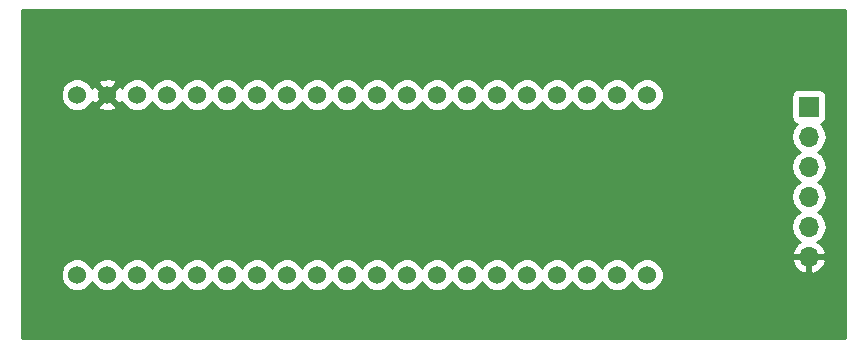
<source format=gtl>
G04 #@! TF.FileFunction,Copper,L1,Top,Signal*
%FSLAX46Y46*%
G04 Gerber Fmt 4.6, Leading zero omitted, Abs format (unit mm)*
G04 Created by KiCad (PCBNEW 4.0.6) date Sun Apr 16 17:16:54 2017*
%MOMM*%
%LPD*%
G01*
G04 APERTURE LIST*
%ADD10C,0.100000*%
%ADD11C,1.524000*%
%ADD12R,1.700000X1.700000*%
%ADD13O,1.700000X1.700000*%
%ADD14C,0.250000*%
%ADD15C,0.254000*%
G04 APERTURE END LIST*
D10*
D11*
X159025001Y-126005001D03*
X161565001Y-126005001D03*
X164105001Y-126005001D03*
X166645001Y-126005001D03*
X169185001Y-126005001D03*
X171725001Y-126005001D03*
X174265001Y-126005001D03*
X176805001Y-126005001D03*
X179345001Y-126005001D03*
X181885001Y-126005001D03*
X184425001Y-126005001D03*
X186965001Y-126005001D03*
X189505001Y-126005001D03*
X192045001Y-126005001D03*
X194585001Y-126005001D03*
X197125001Y-126005001D03*
X199665001Y-126005001D03*
X202205001Y-126005001D03*
X204745001Y-126005001D03*
X207285001Y-126005001D03*
X207285001Y-110765001D03*
X204745001Y-110765001D03*
X202205001Y-110765001D03*
X199665001Y-110765001D03*
X197125001Y-110765001D03*
X194585001Y-110765001D03*
X192045001Y-110765001D03*
X189505001Y-110765001D03*
X186965001Y-110765001D03*
X184425001Y-110765001D03*
X181885001Y-110765001D03*
X179345001Y-110765001D03*
X176805001Y-110765001D03*
X174265001Y-110765001D03*
X171725001Y-110765001D03*
X169185001Y-110765001D03*
X166645001Y-110765001D03*
X164105001Y-110765001D03*
X161565001Y-110765001D03*
X159025001Y-110765001D03*
D12*
X220980000Y-111760000D03*
D13*
X220980000Y-114300000D03*
X220980000Y-116840000D03*
X220980000Y-119380000D03*
X220980000Y-121920000D03*
X220980000Y-124460000D03*
D14*
X179070000Y-110490000D02*
X179345001Y-110765001D01*
D15*
G36*
X224080000Y-131370000D02*
X154380000Y-131370000D01*
X154380000Y-126281662D01*
X157627759Y-126281662D01*
X157839991Y-126795304D01*
X158232631Y-127188630D01*
X158745901Y-127401758D01*
X159301662Y-127402243D01*
X159815304Y-127190011D01*
X160208630Y-126797371D01*
X160294950Y-126589489D01*
X160379991Y-126795304D01*
X160772631Y-127188630D01*
X161285901Y-127401758D01*
X161841662Y-127402243D01*
X162355304Y-127190011D01*
X162748630Y-126797371D01*
X162834950Y-126589489D01*
X162919991Y-126795304D01*
X163312631Y-127188630D01*
X163825901Y-127401758D01*
X164381662Y-127402243D01*
X164895304Y-127190011D01*
X165288630Y-126797371D01*
X165374950Y-126589489D01*
X165459991Y-126795304D01*
X165852631Y-127188630D01*
X166365901Y-127401758D01*
X166921662Y-127402243D01*
X167435304Y-127190011D01*
X167828630Y-126797371D01*
X167914950Y-126589489D01*
X167999991Y-126795304D01*
X168392631Y-127188630D01*
X168905901Y-127401758D01*
X169461662Y-127402243D01*
X169975304Y-127190011D01*
X170368630Y-126797371D01*
X170454950Y-126589489D01*
X170539991Y-126795304D01*
X170932631Y-127188630D01*
X171445901Y-127401758D01*
X172001662Y-127402243D01*
X172515304Y-127190011D01*
X172908630Y-126797371D01*
X172994950Y-126589489D01*
X173079991Y-126795304D01*
X173472631Y-127188630D01*
X173985901Y-127401758D01*
X174541662Y-127402243D01*
X175055304Y-127190011D01*
X175448630Y-126797371D01*
X175534950Y-126589489D01*
X175619991Y-126795304D01*
X176012631Y-127188630D01*
X176525901Y-127401758D01*
X177081662Y-127402243D01*
X177595304Y-127190011D01*
X177988630Y-126797371D01*
X178074950Y-126589489D01*
X178159991Y-126795304D01*
X178552631Y-127188630D01*
X179065901Y-127401758D01*
X179621662Y-127402243D01*
X180135304Y-127190011D01*
X180528630Y-126797371D01*
X180614950Y-126589489D01*
X180699991Y-126795304D01*
X181092631Y-127188630D01*
X181605901Y-127401758D01*
X182161662Y-127402243D01*
X182675304Y-127190011D01*
X183068630Y-126797371D01*
X183154950Y-126589489D01*
X183239991Y-126795304D01*
X183632631Y-127188630D01*
X184145901Y-127401758D01*
X184701662Y-127402243D01*
X185215304Y-127190011D01*
X185608630Y-126797371D01*
X185694950Y-126589489D01*
X185779991Y-126795304D01*
X186172631Y-127188630D01*
X186685901Y-127401758D01*
X187241662Y-127402243D01*
X187755304Y-127190011D01*
X188148630Y-126797371D01*
X188234950Y-126589489D01*
X188319991Y-126795304D01*
X188712631Y-127188630D01*
X189225901Y-127401758D01*
X189781662Y-127402243D01*
X190295304Y-127190011D01*
X190688630Y-126797371D01*
X190774950Y-126589489D01*
X190859991Y-126795304D01*
X191252631Y-127188630D01*
X191765901Y-127401758D01*
X192321662Y-127402243D01*
X192835304Y-127190011D01*
X193228630Y-126797371D01*
X193314950Y-126589489D01*
X193399991Y-126795304D01*
X193792631Y-127188630D01*
X194305901Y-127401758D01*
X194861662Y-127402243D01*
X195375304Y-127190011D01*
X195768630Y-126797371D01*
X195854950Y-126589489D01*
X195939991Y-126795304D01*
X196332631Y-127188630D01*
X196845901Y-127401758D01*
X197401662Y-127402243D01*
X197915304Y-127190011D01*
X198308630Y-126797371D01*
X198394950Y-126589489D01*
X198479991Y-126795304D01*
X198872631Y-127188630D01*
X199385901Y-127401758D01*
X199941662Y-127402243D01*
X200455304Y-127190011D01*
X200848630Y-126797371D01*
X200934950Y-126589489D01*
X201019991Y-126795304D01*
X201412631Y-127188630D01*
X201925901Y-127401758D01*
X202481662Y-127402243D01*
X202995304Y-127190011D01*
X203388630Y-126797371D01*
X203474950Y-126589489D01*
X203559991Y-126795304D01*
X203952631Y-127188630D01*
X204465901Y-127401758D01*
X205021662Y-127402243D01*
X205535304Y-127190011D01*
X205928630Y-126797371D01*
X206014950Y-126589489D01*
X206099991Y-126795304D01*
X206492631Y-127188630D01*
X207005901Y-127401758D01*
X207561662Y-127402243D01*
X208075304Y-127190011D01*
X208468630Y-126797371D01*
X208681758Y-126284101D01*
X208682243Y-125728340D01*
X208470011Y-125214698D01*
X208077371Y-124821372D01*
X208066578Y-124816890D01*
X219538524Y-124816890D01*
X219708355Y-125226924D01*
X220098642Y-125655183D01*
X220623108Y-125901486D01*
X220853000Y-125780819D01*
X220853000Y-124587000D01*
X221107000Y-124587000D01*
X221107000Y-125780819D01*
X221336892Y-125901486D01*
X221861358Y-125655183D01*
X222251645Y-125226924D01*
X222421476Y-124816890D01*
X222300155Y-124587000D01*
X221107000Y-124587000D01*
X220853000Y-124587000D01*
X219659845Y-124587000D01*
X219538524Y-124816890D01*
X208066578Y-124816890D01*
X207564101Y-124608244D01*
X207008340Y-124607759D01*
X206494698Y-124819991D01*
X206101372Y-125212631D01*
X206015052Y-125420513D01*
X205930011Y-125214698D01*
X205537371Y-124821372D01*
X205024101Y-124608244D01*
X204468340Y-124607759D01*
X203954698Y-124819991D01*
X203561372Y-125212631D01*
X203475052Y-125420513D01*
X203390011Y-125214698D01*
X202997371Y-124821372D01*
X202484101Y-124608244D01*
X201928340Y-124607759D01*
X201414698Y-124819991D01*
X201021372Y-125212631D01*
X200935052Y-125420513D01*
X200850011Y-125214698D01*
X200457371Y-124821372D01*
X199944101Y-124608244D01*
X199388340Y-124607759D01*
X198874698Y-124819991D01*
X198481372Y-125212631D01*
X198395052Y-125420513D01*
X198310011Y-125214698D01*
X197917371Y-124821372D01*
X197404101Y-124608244D01*
X196848340Y-124607759D01*
X196334698Y-124819991D01*
X195941372Y-125212631D01*
X195855052Y-125420513D01*
X195770011Y-125214698D01*
X195377371Y-124821372D01*
X194864101Y-124608244D01*
X194308340Y-124607759D01*
X193794698Y-124819991D01*
X193401372Y-125212631D01*
X193315052Y-125420513D01*
X193230011Y-125214698D01*
X192837371Y-124821372D01*
X192324101Y-124608244D01*
X191768340Y-124607759D01*
X191254698Y-124819991D01*
X190861372Y-125212631D01*
X190775052Y-125420513D01*
X190690011Y-125214698D01*
X190297371Y-124821372D01*
X189784101Y-124608244D01*
X189228340Y-124607759D01*
X188714698Y-124819991D01*
X188321372Y-125212631D01*
X188235052Y-125420513D01*
X188150011Y-125214698D01*
X187757371Y-124821372D01*
X187244101Y-124608244D01*
X186688340Y-124607759D01*
X186174698Y-124819991D01*
X185781372Y-125212631D01*
X185695052Y-125420513D01*
X185610011Y-125214698D01*
X185217371Y-124821372D01*
X184704101Y-124608244D01*
X184148340Y-124607759D01*
X183634698Y-124819991D01*
X183241372Y-125212631D01*
X183155052Y-125420513D01*
X183070011Y-125214698D01*
X182677371Y-124821372D01*
X182164101Y-124608244D01*
X181608340Y-124607759D01*
X181094698Y-124819991D01*
X180701372Y-125212631D01*
X180615052Y-125420513D01*
X180530011Y-125214698D01*
X180137371Y-124821372D01*
X179624101Y-124608244D01*
X179068340Y-124607759D01*
X178554698Y-124819991D01*
X178161372Y-125212631D01*
X178075052Y-125420513D01*
X177990011Y-125214698D01*
X177597371Y-124821372D01*
X177084101Y-124608244D01*
X176528340Y-124607759D01*
X176014698Y-124819991D01*
X175621372Y-125212631D01*
X175535052Y-125420513D01*
X175450011Y-125214698D01*
X175057371Y-124821372D01*
X174544101Y-124608244D01*
X173988340Y-124607759D01*
X173474698Y-124819991D01*
X173081372Y-125212631D01*
X172995052Y-125420513D01*
X172910011Y-125214698D01*
X172517371Y-124821372D01*
X172004101Y-124608244D01*
X171448340Y-124607759D01*
X170934698Y-124819991D01*
X170541372Y-125212631D01*
X170455052Y-125420513D01*
X170370011Y-125214698D01*
X169977371Y-124821372D01*
X169464101Y-124608244D01*
X168908340Y-124607759D01*
X168394698Y-124819991D01*
X168001372Y-125212631D01*
X167915052Y-125420513D01*
X167830011Y-125214698D01*
X167437371Y-124821372D01*
X166924101Y-124608244D01*
X166368340Y-124607759D01*
X165854698Y-124819991D01*
X165461372Y-125212631D01*
X165375052Y-125420513D01*
X165290011Y-125214698D01*
X164897371Y-124821372D01*
X164384101Y-124608244D01*
X163828340Y-124607759D01*
X163314698Y-124819991D01*
X162921372Y-125212631D01*
X162835052Y-125420513D01*
X162750011Y-125214698D01*
X162357371Y-124821372D01*
X161844101Y-124608244D01*
X161288340Y-124607759D01*
X160774698Y-124819991D01*
X160381372Y-125212631D01*
X160295052Y-125420513D01*
X160210011Y-125214698D01*
X159817371Y-124821372D01*
X159304101Y-124608244D01*
X158748340Y-124607759D01*
X158234698Y-124819991D01*
X157841372Y-125212631D01*
X157628244Y-125725901D01*
X157627759Y-126281662D01*
X154380000Y-126281662D01*
X154380000Y-114300000D01*
X219465907Y-114300000D01*
X219578946Y-114868285D01*
X219900853Y-115350054D01*
X220230026Y-115570000D01*
X219900853Y-115789946D01*
X219578946Y-116271715D01*
X219465907Y-116840000D01*
X219578946Y-117408285D01*
X219900853Y-117890054D01*
X220230026Y-118110000D01*
X219900853Y-118329946D01*
X219578946Y-118811715D01*
X219465907Y-119380000D01*
X219578946Y-119948285D01*
X219900853Y-120430054D01*
X220230026Y-120650000D01*
X219900853Y-120869946D01*
X219578946Y-121351715D01*
X219465907Y-121920000D01*
X219578946Y-122488285D01*
X219900853Y-122970054D01*
X220241553Y-123197702D01*
X220098642Y-123264817D01*
X219708355Y-123693076D01*
X219538524Y-124103110D01*
X219659845Y-124333000D01*
X220853000Y-124333000D01*
X220853000Y-124313000D01*
X221107000Y-124313000D01*
X221107000Y-124333000D01*
X222300155Y-124333000D01*
X222421476Y-124103110D01*
X222251645Y-123693076D01*
X221861358Y-123264817D01*
X221718447Y-123197702D01*
X222059147Y-122970054D01*
X222381054Y-122488285D01*
X222494093Y-121920000D01*
X222381054Y-121351715D01*
X222059147Y-120869946D01*
X221729974Y-120650000D01*
X222059147Y-120430054D01*
X222381054Y-119948285D01*
X222494093Y-119380000D01*
X222381054Y-118811715D01*
X222059147Y-118329946D01*
X221729974Y-118110000D01*
X222059147Y-117890054D01*
X222381054Y-117408285D01*
X222494093Y-116840000D01*
X222381054Y-116271715D01*
X222059147Y-115789946D01*
X221729974Y-115570000D01*
X222059147Y-115350054D01*
X222381054Y-114868285D01*
X222494093Y-114300000D01*
X222381054Y-113731715D01*
X222059147Y-113249946D01*
X222017548Y-113222150D01*
X222065317Y-113213162D01*
X222281441Y-113074090D01*
X222426431Y-112861890D01*
X222477440Y-112610000D01*
X222477440Y-110910000D01*
X222433162Y-110674683D01*
X222294090Y-110458559D01*
X222081890Y-110313569D01*
X221830000Y-110262560D01*
X220130000Y-110262560D01*
X219894683Y-110306838D01*
X219678559Y-110445910D01*
X219533569Y-110658110D01*
X219482560Y-110910000D01*
X219482560Y-112610000D01*
X219526838Y-112845317D01*
X219665910Y-113061441D01*
X219878110Y-113206431D01*
X219945541Y-113220086D01*
X219900853Y-113249946D01*
X219578946Y-113731715D01*
X219465907Y-114300000D01*
X154380000Y-114300000D01*
X154380000Y-111041662D01*
X157627759Y-111041662D01*
X157839991Y-111555304D01*
X158232631Y-111948630D01*
X158745901Y-112161758D01*
X159301662Y-112162243D01*
X159815304Y-111950011D01*
X160020458Y-111745214D01*
X160764393Y-111745214D01*
X160833858Y-111987398D01*
X161357303Y-112174145D01*
X161912369Y-112146363D01*
X162296144Y-111987398D01*
X162365609Y-111745214D01*
X161565001Y-110944606D01*
X160764393Y-111745214D01*
X160020458Y-111745214D01*
X160208630Y-111557371D01*
X160288396Y-111365274D01*
X160342604Y-111496144D01*
X160584788Y-111565609D01*
X161385396Y-110765001D01*
X161744606Y-110765001D01*
X162545214Y-111565609D01*
X162787398Y-111496144D01*
X162837510Y-111355683D01*
X162919991Y-111555304D01*
X163312631Y-111948630D01*
X163825901Y-112161758D01*
X164381662Y-112162243D01*
X164895304Y-111950011D01*
X165288630Y-111557371D01*
X165374950Y-111349489D01*
X165459991Y-111555304D01*
X165852631Y-111948630D01*
X166365901Y-112161758D01*
X166921662Y-112162243D01*
X167435304Y-111950011D01*
X167828630Y-111557371D01*
X167914950Y-111349489D01*
X167999991Y-111555304D01*
X168392631Y-111948630D01*
X168905901Y-112161758D01*
X169461662Y-112162243D01*
X169975304Y-111950011D01*
X170368630Y-111557371D01*
X170454950Y-111349489D01*
X170539991Y-111555304D01*
X170932631Y-111948630D01*
X171445901Y-112161758D01*
X172001662Y-112162243D01*
X172515304Y-111950011D01*
X172908630Y-111557371D01*
X172994950Y-111349489D01*
X173079991Y-111555304D01*
X173472631Y-111948630D01*
X173985901Y-112161758D01*
X174541662Y-112162243D01*
X175055304Y-111950011D01*
X175448630Y-111557371D01*
X175534950Y-111349489D01*
X175619991Y-111555304D01*
X176012631Y-111948630D01*
X176525901Y-112161758D01*
X177081662Y-112162243D01*
X177595304Y-111950011D01*
X177988630Y-111557371D01*
X178074950Y-111349489D01*
X178159991Y-111555304D01*
X178552631Y-111948630D01*
X179065901Y-112161758D01*
X179621662Y-112162243D01*
X180135304Y-111950011D01*
X180528630Y-111557371D01*
X180614950Y-111349489D01*
X180699991Y-111555304D01*
X181092631Y-111948630D01*
X181605901Y-112161758D01*
X182161662Y-112162243D01*
X182675304Y-111950011D01*
X183068630Y-111557371D01*
X183154950Y-111349489D01*
X183239991Y-111555304D01*
X183632631Y-111948630D01*
X184145901Y-112161758D01*
X184701662Y-112162243D01*
X185215304Y-111950011D01*
X185608630Y-111557371D01*
X185694950Y-111349489D01*
X185779991Y-111555304D01*
X186172631Y-111948630D01*
X186685901Y-112161758D01*
X187241662Y-112162243D01*
X187755304Y-111950011D01*
X188148630Y-111557371D01*
X188234950Y-111349489D01*
X188319991Y-111555304D01*
X188712631Y-111948630D01*
X189225901Y-112161758D01*
X189781662Y-112162243D01*
X190295304Y-111950011D01*
X190688630Y-111557371D01*
X190774950Y-111349489D01*
X190859991Y-111555304D01*
X191252631Y-111948630D01*
X191765901Y-112161758D01*
X192321662Y-112162243D01*
X192835304Y-111950011D01*
X193228630Y-111557371D01*
X193314950Y-111349489D01*
X193399991Y-111555304D01*
X193792631Y-111948630D01*
X194305901Y-112161758D01*
X194861662Y-112162243D01*
X195375304Y-111950011D01*
X195768630Y-111557371D01*
X195854950Y-111349489D01*
X195939991Y-111555304D01*
X196332631Y-111948630D01*
X196845901Y-112161758D01*
X197401662Y-112162243D01*
X197915304Y-111950011D01*
X198308630Y-111557371D01*
X198394950Y-111349489D01*
X198479991Y-111555304D01*
X198872631Y-111948630D01*
X199385901Y-112161758D01*
X199941662Y-112162243D01*
X200455304Y-111950011D01*
X200848630Y-111557371D01*
X200934950Y-111349489D01*
X201019991Y-111555304D01*
X201412631Y-111948630D01*
X201925901Y-112161758D01*
X202481662Y-112162243D01*
X202995304Y-111950011D01*
X203388630Y-111557371D01*
X203474950Y-111349489D01*
X203559991Y-111555304D01*
X203952631Y-111948630D01*
X204465901Y-112161758D01*
X205021662Y-112162243D01*
X205535304Y-111950011D01*
X205928630Y-111557371D01*
X206014950Y-111349489D01*
X206099991Y-111555304D01*
X206492631Y-111948630D01*
X207005901Y-112161758D01*
X207561662Y-112162243D01*
X208075304Y-111950011D01*
X208468630Y-111557371D01*
X208681758Y-111044101D01*
X208682243Y-110488340D01*
X208470011Y-109974698D01*
X208077371Y-109581372D01*
X207564101Y-109368244D01*
X207008340Y-109367759D01*
X206494698Y-109579991D01*
X206101372Y-109972631D01*
X206015052Y-110180513D01*
X205930011Y-109974698D01*
X205537371Y-109581372D01*
X205024101Y-109368244D01*
X204468340Y-109367759D01*
X203954698Y-109579991D01*
X203561372Y-109972631D01*
X203475052Y-110180513D01*
X203390011Y-109974698D01*
X202997371Y-109581372D01*
X202484101Y-109368244D01*
X201928340Y-109367759D01*
X201414698Y-109579991D01*
X201021372Y-109972631D01*
X200935052Y-110180513D01*
X200850011Y-109974698D01*
X200457371Y-109581372D01*
X199944101Y-109368244D01*
X199388340Y-109367759D01*
X198874698Y-109579991D01*
X198481372Y-109972631D01*
X198395052Y-110180513D01*
X198310011Y-109974698D01*
X197917371Y-109581372D01*
X197404101Y-109368244D01*
X196848340Y-109367759D01*
X196334698Y-109579991D01*
X195941372Y-109972631D01*
X195855052Y-110180513D01*
X195770011Y-109974698D01*
X195377371Y-109581372D01*
X194864101Y-109368244D01*
X194308340Y-109367759D01*
X193794698Y-109579991D01*
X193401372Y-109972631D01*
X193315052Y-110180513D01*
X193230011Y-109974698D01*
X192837371Y-109581372D01*
X192324101Y-109368244D01*
X191768340Y-109367759D01*
X191254698Y-109579991D01*
X190861372Y-109972631D01*
X190775052Y-110180513D01*
X190690011Y-109974698D01*
X190297371Y-109581372D01*
X189784101Y-109368244D01*
X189228340Y-109367759D01*
X188714698Y-109579991D01*
X188321372Y-109972631D01*
X188235052Y-110180513D01*
X188150011Y-109974698D01*
X187757371Y-109581372D01*
X187244101Y-109368244D01*
X186688340Y-109367759D01*
X186174698Y-109579991D01*
X185781372Y-109972631D01*
X185695052Y-110180513D01*
X185610011Y-109974698D01*
X185217371Y-109581372D01*
X184704101Y-109368244D01*
X184148340Y-109367759D01*
X183634698Y-109579991D01*
X183241372Y-109972631D01*
X183155052Y-110180513D01*
X183070011Y-109974698D01*
X182677371Y-109581372D01*
X182164101Y-109368244D01*
X181608340Y-109367759D01*
X181094698Y-109579991D01*
X180701372Y-109972631D01*
X180615052Y-110180513D01*
X180530011Y-109974698D01*
X180137371Y-109581372D01*
X179624101Y-109368244D01*
X179068340Y-109367759D01*
X178554698Y-109579991D01*
X178161372Y-109972631D01*
X178075052Y-110180513D01*
X177990011Y-109974698D01*
X177597371Y-109581372D01*
X177084101Y-109368244D01*
X176528340Y-109367759D01*
X176014698Y-109579991D01*
X175621372Y-109972631D01*
X175535052Y-110180513D01*
X175450011Y-109974698D01*
X175057371Y-109581372D01*
X174544101Y-109368244D01*
X173988340Y-109367759D01*
X173474698Y-109579991D01*
X173081372Y-109972631D01*
X172995052Y-110180513D01*
X172910011Y-109974698D01*
X172517371Y-109581372D01*
X172004101Y-109368244D01*
X171448340Y-109367759D01*
X170934698Y-109579991D01*
X170541372Y-109972631D01*
X170455052Y-110180513D01*
X170370011Y-109974698D01*
X169977371Y-109581372D01*
X169464101Y-109368244D01*
X168908340Y-109367759D01*
X168394698Y-109579991D01*
X168001372Y-109972631D01*
X167915052Y-110180513D01*
X167830011Y-109974698D01*
X167437371Y-109581372D01*
X166924101Y-109368244D01*
X166368340Y-109367759D01*
X165854698Y-109579991D01*
X165461372Y-109972631D01*
X165375052Y-110180513D01*
X165290011Y-109974698D01*
X164897371Y-109581372D01*
X164384101Y-109368244D01*
X163828340Y-109367759D01*
X163314698Y-109579991D01*
X162921372Y-109972631D01*
X162841606Y-110164728D01*
X162787398Y-110033858D01*
X162545214Y-109964393D01*
X161744606Y-110765001D01*
X161385396Y-110765001D01*
X160584788Y-109964393D01*
X160342604Y-110033858D01*
X160292492Y-110174319D01*
X160210011Y-109974698D01*
X160020433Y-109784788D01*
X160764393Y-109784788D01*
X161565001Y-110585396D01*
X162365609Y-109784788D01*
X162296144Y-109542604D01*
X161772699Y-109355857D01*
X161217633Y-109383639D01*
X160833858Y-109542604D01*
X160764393Y-109784788D01*
X160020433Y-109784788D01*
X159817371Y-109581372D01*
X159304101Y-109368244D01*
X158748340Y-109367759D01*
X158234698Y-109579991D01*
X157841372Y-109972631D01*
X157628244Y-110485901D01*
X157627759Y-111041662D01*
X154380000Y-111041662D01*
X154380000Y-103580000D01*
X224080000Y-103580000D01*
X224080000Y-131370000D01*
X224080000Y-131370000D01*
G37*
X224080000Y-131370000D02*
X154380000Y-131370000D01*
X154380000Y-126281662D01*
X157627759Y-126281662D01*
X157839991Y-126795304D01*
X158232631Y-127188630D01*
X158745901Y-127401758D01*
X159301662Y-127402243D01*
X159815304Y-127190011D01*
X160208630Y-126797371D01*
X160294950Y-126589489D01*
X160379991Y-126795304D01*
X160772631Y-127188630D01*
X161285901Y-127401758D01*
X161841662Y-127402243D01*
X162355304Y-127190011D01*
X162748630Y-126797371D01*
X162834950Y-126589489D01*
X162919991Y-126795304D01*
X163312631Y-127188630D01*
X163825901Y-127401758D01*
X164381662Y-127402243D01*
X164895304Y-127190011D01*
X165288630Y-126797371D01*
X165374950Y-126589489D01*
X165459991Y-126795304D01*
X165852631Y-127188630D01*
X166365901Y-127401758D01*
X166921662Y-127402243D01*
X167435304Y-127190011D01*
X167828630Y-126797371D01*
X167914950Y-126589489D01*
X167999991Y-126795304D01*
X168392631Y-127188630D01*
X168905901Y-127401758D01*
X169461662Y-127402243D01*
X169975304Y-127190011D01*
X170368630Y-126797371D01*
X170454950Y-126589489D01*
X170539991Y-126795304D01*
X170932631Y-127188630D01*
X171445901Y-127401758D01*
X172001662Y-127402243D01*
X172515304Y-127190011D01*
X172908630Y-126797371D01*
X172994950Y-126589489D01*
X173079991Y-126795304D01*
X173472631Y-127188630D01*
X173985901Y-127401758D01*
X174541662Y-127402243D01*
X175055304Y-127190011D01*
X175448630Y-126797371D01*
X175534950Y-126589489D01*
X175619991Y-126795304D01*
X176012631Y-127188630D01*
X176525901Y-127401758D01*
X177081662Y-127402243D01*
X177595304Y-127190011D01*
X177988630Y-126797371D01*
X178074950Y-126589489D01*
X178159991Y-126795304D01*
X178552631Y-127188630D01*
X179065901Y-127401758D01*
X179621662Y-127402243D01*
X180135304Y-127190011D01*
X180528630Y-126797371D01*
X180614950Y-126589489D01*
X180699991Y-126795304D01*
X181092631Y-127188630D01*
X181605901Y-127401758D01*
X182161662Y-127402243D01*
X182675304Y-127190011D01*
X183068630Y-126797371D01*
X183154950Y-126589489D01*
X183239991Y-126795304D01*
X183632631Y-127188630D01*
X184145901Y-127401758D01*
X184701662Y-127402243D01*
X185215304Y-127190011D01*
X185608630Y-126797371D01*
X185694950Y-126589489D01*
X185779991Y-126795304D01*
X186172631Y-127188630D01*
X186685901Y-127401758D01*
X187241662Y-127402243D01*
X187755304Y-127190011D01*
X188148630Y-126797371D01*
X188234950Y-126589489D01*
X188319991Y-126795304D01*
X188712631Y-127188630D01*
X189225901Y-127401758D01*
X189781662Y-127402243D01*
X190295304Y-127190011D01*
X190688630Y-126797371D01*
X190774950Y-126589489D01*
X190859991Y-126795304D01*
X191252631Y-127188630D01*
X191765901Y-127401758D01*
X192321662Y-127402243D01*
X192835304Y-127190011D01*
X193228630Y-126797371D01*
X193314950Y-126589489D01*
X193399991Y-126795304D01*
X193792631Y-127188630D01*
X194305901Y-127401758D01*
X194861662Y-127402243D01*
X195375304Y-127190011D01*
X195768630Y-126797371D01*
X195854950Y-126589489D01*
X195939991Y-126795304D01*
X196332631Y-127188630D01*
X196845901Y-127401758D01*
X197401662Y-127402243D01*
X197915304Y-127190011D01*
X198308630Y-126797371D01*
X198394950Y-126589489D01*
X198479991Y-126795304D01*
X198872631Y-127188630D01*
X199385901Y-127401758D01*
X199941662Y-127402243D01*
X200455304Y-127190011D01*
X200848630Y-126797371D01*
X200934950Y-126589489D01*
X201019991Y-126795304D01*
X201412631Y-127188630D01*
X201925901Y-127401758D01*
X202481662Y-127402243D01*
X202995304Y-127190011D01*
X203388630Y-126797371D01*
X203474950Y-126589489D01*
X203559991Y-126795304D01*
X203952631Y-127188630D01*
X204465901Y-127401758D01*
X205021662Y-127402243D01*
X205535304Y-127190011D01*
X205928630Y-126797371D01*
X206014950Y-126589489D01*
X206099991Y-126795304D01*
X206492631Y-127188630D01*
X207005901Y-127401758D01*
X207561662Y-127402243D01*
X208075304Y-127190011D01*
X208468630Y-126797371D01*
X208681758Y-126284101D01*
X208682243Y-125728340D01*
X208470011Y-125214698D01*
X208077371Y-124821372D01*
X208066578Y-124816890D01*
X219538524Y-124816890D01*
X219708355Y-125226924D01*
X220098642Y-125655183D01*
X220623108Y-125901486D01*
X220853000Y-125780819D01*
X220853000Y-124587000D01*
X221107000Y-124587000D01*
X221107000Y-125780819D01*
X221336892Y-125901486D01*
X221861358Y-125655183D01*
X222251645Y-125226924D01*
X222421476Y-124816890D01*
X222300155Y-124587000D01*
X221107000Y-124587000D01*
X220853000Y-124587000D01*
X219659845Y-124587000D01*
X219538524Y-124816890D01*
X208066578Y-124816890D01*
X207564101Y-124608244D01*
X207008340Y-124607759D01*
X206494698Y-124819991D01*
X206101372Y-125212631D01*
X206015052Y-125420513D01*
X205930011Y-125214698D01*
X205537371Y-124821372D01*
X205024101Y-124608244D01*
X204468340Y-124607759D01*
X203954698Y-124819991D01*
X203561372Y-125212631D01*
X203475052Y-125420513D01*
X203390011Y-125214698D01*
X202997371Y-124821372D01*
X202484101Y-124608244D01*
X201928340Y-124607759D01*
X201414698Y-124819991D01*
X201021372Y-125212631D01*
X200935052Y-125420513D01*
X200850011Y-125214698D01*
X200457371Y-124821372D01*
X199944101Y-124608244D01*
X199388340Y-124607759D01*
X198874698Y-124819991D01*
X198481372Y-125212631D01*
X198395052Y-125420513D01*
X198310011Y-125214698D01*
X197917371Y-124821372D01*
X197404101Y-124608244D01*
X196848340Y-124607759D01*
X196334698Y-124819991D01*
X195941372Y-125212631D01*
X195855052Y-125420513D01*
X195770011Y-125214698D01*
X195377371Y-124821372D01*
X194864101Y-124608244D01*
X194308340Y-124607759D01*
X193794698Y-124819991D01*
X193401372Y-125212631D01*
X193315052Y-125420513D01*
X193230011Y-125214698D01*
X192837371Y-124821372D01*
X192324101Y-124608244D01*
X191768340Y-124607759D01*
X191254698Y-124819991D01*
X190861372Y-125212631D01*
X190775052Y-125420513D01*
X190690011Y-125214698D01*
X190297371Y-124821372D01*
X189784101Y-124608244D01*
X189228340Y-124607759D01*
X188714698Y-124819991D01*
X188321372Y-125212631D01*
X188235052Y-125420513D01*
X188150011Y-125214698D01*
X187757371Y-124821372D01*
X187244101Y-124608244D01*
X186688340Y-124607759D01*
X186174698Y-124819991D01*
X185781372Y-125212631D01*
X185695052Y-125420513D01*
X185610011Y-125214698D01*
X185217371Y-124821372D01*
X184704101Y-124608244D01*
X184148340Y-124607759D01*
X183634698Y-124819991D01*
X183241372Y-125212631D01*
X183155052Y-125420513D01*
X183070011Y-125214698D01*
X182677371Y-124821372D01*
X182164101Y-124608244D01*
X181608340Y-124607759D01*
X181094698Y-124819991D01*
X180701372Y-125212631D01*
X180615052Y-125420513D01*
X180530011Y-125214698D01*
X180137371Y-124821372D01*
X179624101Y-124608244D01*
X179068340Y-124607759D01*
X178554698Y-124819991D01*
X178161372Y-125212631D01*
X178075052Y-125420513D01*
X177990011Y-125214698D01*
X177597371Y-124821372D01*
X177084101Y-124608244D01*
X176528340Y-124607759D01*
X176014698Y-124819991D01*
X175621372Y-125212631D01*
X175535052Y-125420513D01*
X175450011Y-125214698D01*
X175057371Y-124821372D01*
X174544101Y-124608244D01*
X173988340Y-124607759D01*
X173474698Y-124819991D01*
X173081372Y-125212631D01*
X172995052Y-125420513D01*
X172910011Y-125214698D01*
X172517371Y-124821372D01*
X172004101Y-124608244D01*
X171448340Y-124607759D01*
X170934698Y-124819991D01*
X170541372Y-125212631D01*
X170455052Y-125420513D01*
X170370011Y-125214698D01*
X169977371Y-124821372D01*
X169464101Y-124608244D01*
X168908340Y-124607759D01*
X168394698Y-124819991D01*
X168001372Y-125212631D01*
X167915052Y-125420513D01*
X167830011Y-125214698D01*
X167437371Y-124821372D01*
X166924101Y-124608244D01*
X166368340Y-124607759D01*
X165854698Y-124819991D01*
X165461372Y-125212631D01*
X165375052Y-125420513D01*
X165290011Y-125214698D01*
X164897371Y-124821372D01*
X164384101Y-124608244D01*
X163828340Y-124607759D01*
X163314698Y-124819991D01*
X162921372Y-125212631D01*
X162835052Y-125420513D01*
X162750011Y-125214698D01*
X162357371Y-124821372D01*
X161844101Y-124608244D01*
X161288340Y-124607759D01*
X160774698Y-124819991D01*
X160381372Y-125212631D01*
X160295052Y-125420513D01*
X160210011Y-125214698D01*
X159817371Y-124821372D01*
X159304101Y-124608244D01*
X158748340Y-124607759D01*
X158234698Y-124819991D01*
X157841372Y-125212631D01*
X157628244Y-125725901D01*
X157627759Y-126281662D01*
X154380000Y-126281662D01*
X154380000Y-114300000D01*
X219465907Y-114300000D01*
X219578946Y-114868285D01*
X219900853Y-115350054D01*
X220230026Y-115570000D01*
X219900853Y-115789946D01*
X219578946Y-116271715D01*
X219465907Y-116840000D01*
X219578946Y-117408285D01*
X219900853Y-117890054D01*
X220230026Y-118110000D01*
X219900853Y-118329946D01*
X219578946Y-118811715D01*
X219465907Y-119380000D01*
X219578946Y-119948285D01*
X219900853Y-120430054D01*
X220230026Y-120650000D01*
X219900853Y-120869946D01*
X219578946Y-121351715D01*
X219465907Y-121920000D01*
X219578946Y-122488285D01*
X219900853Y-122970054D01*
X220241553Y-123197702D01*
X220098642Y-123264817D01*
X219708355Y-123693076D01*
X219538524Y-124103110D01*
X219659845Y-124333000D01*
X220853000Y-124333000D01*
X220853000Y-124313000D01*
X221107000Y-124313000D01*
X221107000Y-124333000D01*
X222300155Y-124333000D01*
X222421476Y-124103110D01*
X222251645Y-123693076D01*
X221861358Y-123264817D01*
X221718447Y-123197702D01*
X222059147Y-122970054D01*
X222381054Y-122488285D01*
X222494093Y-121920000D01*
X222381054Y-121351715D01*
X222059147Y-120869946D01*
X221729974Y-120650000D01*
X222059147Y-120430054D01*
X222381054Y-119948285D01*
X222494093Y-119380000D01*
X222381054Y-118811715D01*
X222059147Y-118329946D01*
X221729974Y-118110000D01*
X222059147Y-117890054D01*
X222381054Y-117408285D01*
X222494093Y-116840000D01*
X222381054Y-116271715D01*
X222059147Y-115789946D01*
X221729974Y-115570000D01*
X222059147Y-115350054D01*
X222381054Y-114868285D01*
X222494093Y-114300000D01*
X222381054Y-113731715D01*
X222059147Y-113249946D01*
X222017548Y-113222150D01*
X222065317Y-113213162D01*
X222281441Y-113074090D01*
X222426431Y-112861890D01*
X222477440Y-112610000D01*
X222477440Y-110910000D01*
X222433162Y-110674683D01*
X222294090Y-110458559D01*
X222081890Y-110313569D01*
X221830000Y-110262560D01*
X220130000Y-110262560D01*
X219894683Y-110306838D01*
X219678559Y-110445910D01*
X219533569Y-110658110D01*
X219482560Y-110910000D01*
X219482560Y-112610000D01*
X219526838Y-112845317D01*
X219665910Y-113061441D01*
X219878110Y-113206431D01*
X219945541Y-113220086D01*
X219900853Y-113249946D01*
X219578946Y-113731715D01*
X219465907Y-114300000D01*
X154380000Y-114300000D01*
X154380000Y-111041662D01*
X157627759Y-111041662D01*
X157839991Y-111555304D01*
X158232631Y-111948630D01*
X158745901Y-112161758D01*
X159301662Y-112162243D01*
X159815304Y-111950011D01*
X160020458Y-111745214D01*
X160764393Y-111745214D01*
X160833858Y-111987398D01*
X161357303Y-112174145D01*
X161912369Y-112146363D01*
X162296144Y-111987398D01*
X162365609Y-111745214D01*
X161565001Y-110944606D01*
X160764393Y-111745214D01*
X160020458Y-111745214D01*
X160208630Y-111557371D01*
X160288396Y-111365274D01*
X160342604Y-111496144D01*
X160584788Y-111565609D01*
X161385396Y-110765001D01*
X161744606Y-110765001D01*
X162545214Y-111565609D01*
X162787398Y-111496144D01*
X162837510Y-111355683D01*
X162919991Y-111555304D01*
X163312631Y-111948630D01*
X163825901Y-112161758D01*
X164381662Y-112162243D01*
X164895304Y-111950011D01*
X165288630Y-111557371D01*
X165374950Y-111349489D01*
X165459991Y-111555304D01*
X165852631Y-111948630D01*
X166365901Y-112161758D01*
X166921662Y-112162243D01*
X167435304Y-111950011D01*
X167828630Y-111557371D01*
X167914950Y-111349489D01*
X167999991Y-111555304D01*
X168392631Y-111948630D01*
X168905901Y-112161758D01*
X169461662Y-112162243D01*
X169975304Y-111950011D01*
X170368630Y-111557371D01*
X170454950Y-111349489D01*
X170539991Y-111555304D01*
X170932631Y-111948630D01*
X171445901Y-112161758D01*
X172001662Y-112162243D01*
X172515304Y-111950011D01*
X172908630Y-111557371D01*
X172994950Y-111349489D01*
X173079991Y-111555304D01*
X173472631Y-111948630D01*
X173985901Y-112161758D01*
X174541662Y-112162243D01*
X175055304Y-111950011D01*
X175448630Y-111557371D01*
X175534950Y-111349489D01*
X175619991Y-111555304D01*
X176012631Y-111948630D01*
X176525901Y-112161758D01*
X177081662Y-112162243D01*
X177595304Y-111950011D01*
X177988630Y-111557371D01*
X178074950Y-111349489D01*
X178159991Y-111555304D01*
X178552631Y-111948630D01*
X179065901Y-112161758D01*
X179621662Y-112162243D01*
X180135304Y-111950011D01*
X180528630Y-111557371D01*
X180614950Y-111349489D01*
X180699991Y-111555304D01*
X181092631Y-111948630D01*
X181605901Y-112161758D01*
X182161662Y-112162243D01*
X182675304Y-111950011D01*
X183068630Y-111557371D01*
X183154950Y-111349489D01*
X183239991Y-111555304D01*
X183632631Y-111948630D01*
X184145901Y-112161758D01*
X184701662Y-112162243D01*
X185215304Y-111950011D01*
X185608630Y-111557371D01*
X185694950Y-111349489D01*
X185779991Y-111555304D01*
X186172631Y-111948630D01*
X186685901Y-112161758D01*
X187241662Y-112162243D01*
X187755304Y-111950011D01*
X188148630Y-111557371D01*
X188234950Y-111349489D01*
X188319991Y-111555304D01*
X188712631Y-111948630D01*
X189225901Y-112161758D01*
X189781662Y-112162243D01*
X190295304Y-111950011D01*
X190688630Y-111557371D01*
X190774950Y-111349489D01*
X190859991Y-111555304D01*
X191252631Y-111948630D01*
X191765901Y-112161758D01*
X192321662Y-112162243D01*
X192835304Y-111950011D01*
X193228630Y-111557371D01*
X193314950Y-111349489D01*
X193399991Y-111555304D01*
X193792631Y-111948630D01*
X194305901Y-112161758D01*
X194861662Y-112162243D01*
X195375304Y-111950011D01*
X195768630Y-111557371D01*
X195854950Y-111349489D01*
X195939991Y-111555304D01*
X196332631Y-111948630D01*
X196845901Y-112161758D01*
X197401662Y-112162243D01*
X197915304Y-111950011D01*
X198308630Y-111557371D01*
X198394950Y-111349489D01*
X198479991Y-111555304D01*
X198872631Y-111948630D01*
X199385901Y-112161758D01*
X199941662Y-112162243D01*
X200455304Y-111950011D01*
X200848630Y-111557371D01*
X200934950Y-111349489D01*
X201019991Y-111555304D01*
X201412631Y-111948630D01*
X201925901Y-112161758D01*
X202481662Y-112162243D01*
X202995304Y-111950011D01*
X203388630Y-111557371D01*
X203474950Y-111349489D01*
X203559991Y-111555304D01*
X203952631Y-111948630D01*
X204465901Y-112161758D01*
X205021662Y-112162243D01*
X205535304Y-111950011D01*
X205928630Y-111557371D01*
X206014950Y-111349489D01*
X206099991Y-111555304D01*
X206492631Y-111948630D01*
X207005901Y-112161758D01*
X207561662Y-112162243D01*
X208075304Y-111950011D01*
X208468630Y-111557371D01*
X208681758Y-111044101D01*
X208682243Y-110488340D01*
X208470011Y-109974698D01*
X208077371Y-109581372D01*
X207564101Y-109368244D01*
X207008340Y-109367759D01*
X206494698Y-109579991D01*
X206101372Y-109972631D01*
X206015052Y-110180513D01*
X205930011Y-109974698D01*
X205537371Y-109581372D01*
X205024101Y-109368244D01*
X204468340Y-109367759D01*
X203954698Y-109579991D01*
X203561372Y-109972631D01*
X203475052Y-110180513D01*
X203390011Y-109974698D01*
X202997371Y-109581372D01*
X202484101Y-109368244D01*
X201928340Y-109367759D01*
X201414698Y-109579991D01*
X201021372Y-109972631D01*
X200935052Y-110180513D01*
X200850011Y-109974698D01*
X200457371Y-109581372D01*
X199944101Y-109368244D01*
X199388340Y-109367759D01*
X198874698Y-109579991D01*
X198481372Y-109972631D01*
X198395052Y-110180513D01*
X198310011Y-109974698D01*
X197917371Y-109581372D01*
X197404101Y-109368244D01*
X196848340Y-109367759D01*
X196334698Y-109579991D01*
X195941372Y-109972631D01*
X195855052Y-110180513D01*
X195770011Y-109974698D01*
X195377371Y-109581372D01*
X194864101Y-109368244D01*
X194308340Y-109367759D01*
X193794698Y-109579991D01*
X193401372Y-109972631D01*
X193315052Y-110180513D01*
X193230011Y-109974698D01*
X192837371Y-109581372D01*
X192324101Y-109368244D01*
X191768340Y-109367759D01*
X191254698Y-109579991D01*
X190861372Y-109972631D01*
X190775052Y-110180513D01*
X190690011Y-109974698D01*
X190297371Y-109581372D01*
X189784101Y-109368244D01*
X189228340Y-109367759D01*
X188714698Y-109579991D01*
X188321372Y-109972631D01*
X188235052Y-110180513D01*
X188150011Y-109974698D01*
X187757371Y-109581372D01*
X187244101Y-109368244D01*
X186688340Y-109367759D01*
X186174698Y-109579991D01*
X185781372Y-109972631D01*
X185695052Y-110180513D01*
X185610011Y-109974698D01*
X185217371Y-109581372D01*
X184704101Y-109368244D01*
X184148340Y-109367759D01*
X183634698Y-109579991D01*
X183241372Y-109972631D01*
X183155052Y-110180513D01*
X183070011Y-109974698D01*
X182677371Y-109581372D01*
X182164101Y-109368244D01*
X181608340Y-109367759D01*
X181094698Y-109579991D01*
X180701372Y-109972631D01*
X180615052Y-110180513D01*
X180530011Y-109974698D01*
X180137371Y-109581372D01*
X179624101Y-109368244D01*
X179068340Y-109367759D01*
X178554698Y-109579991D01*
X178161372Y-109972631D01*
X178075052Y-110180513D01*
X177990011Y-109974698D01*
X177597371Y-109581372D01*
X177084101Y-109368244D01*
X176528340Y-109367759D01*
X176014698Y-109579991D01*
X175621372Y-109972631D01*
X175535052Y-110180513D01*
X175450011Y-109974698D01*
X175057371Y-109581372D01*
X174544101Y-109368244D01*
X173988340Y-109367759D01*
X173474698Y-109579991D01*
X173081372Y-109972631D01*
X172995052Y-110180513D01*
X172910011Y-109974698D01*
X172517371Y-109581372D01*
X172004101Y-109368244D01*
X171448340Y-109367759D01*
X170934698Y-109579991D01*
X170541372Y-109972631D01*
X170455052Y-110180513D01*
X170370011Y-109974698D01*
X169977371Y-109581372D01*
X169464101Y-109368244D01*
X168908340Y-109367759D01*
X168394698Y-109579991D01*
X168001372Y-109972631D01*
X167915052Y-110180513D01*
X167830011Y-109974698D01*
X167437371Y-109581372D01*
X166924101Y-109368244D01*
X166368340Y-109367759D01*
X165854698Y-109579991D01*
X165461372Y-109972631D01*
X165375052Y-110180513D01*
X165290011Y-109974698D01*
X164897371Y-109581372D01*
X164384101Y-109368244D01*
X163828340Y-109367759D01*
X163314698Y-109579991D01*
X162921372Y-109972631D01*
X162841606Y-110164728D01*
X162787398Y-110033858D01*
X162545214Y-109964393D01*
X161744606Y-110765001D01*
X161385396Y-110765001D01*
X160584788Y-109964393D01*
X160342604Y-110033858D01*
X160292492Y-110174319D01*
X160210011Y-109974698D01*
X160020433Y-109784788D01*
X160764393Y-109784788D01*
X161565001Y-110585396D01*
X162365609Y-109784788D01*
X162296144Y-109542604D01*
X161772699Y-109355857D01*
X161217633Y-109383639D01*
X160833858Y-109542604D01*
X160764393Y-109784788D01*
X160020433Y-109784788D01*
X159817371Y-109581372D01*
X159304101Y-109368244D01*
X158748340Y-109367759D01*
X158234698Y-109579991D01*
X157841372Y-109972631D01*
X157628244Y-110485901D01*
X157627759Y-111041662D01*
X154380000Y-111041662D01*
X154380000Y-103580000D01*
X224080000Y-103580000D01*
X224080000Y-131370000D01*
M02*

</source>
